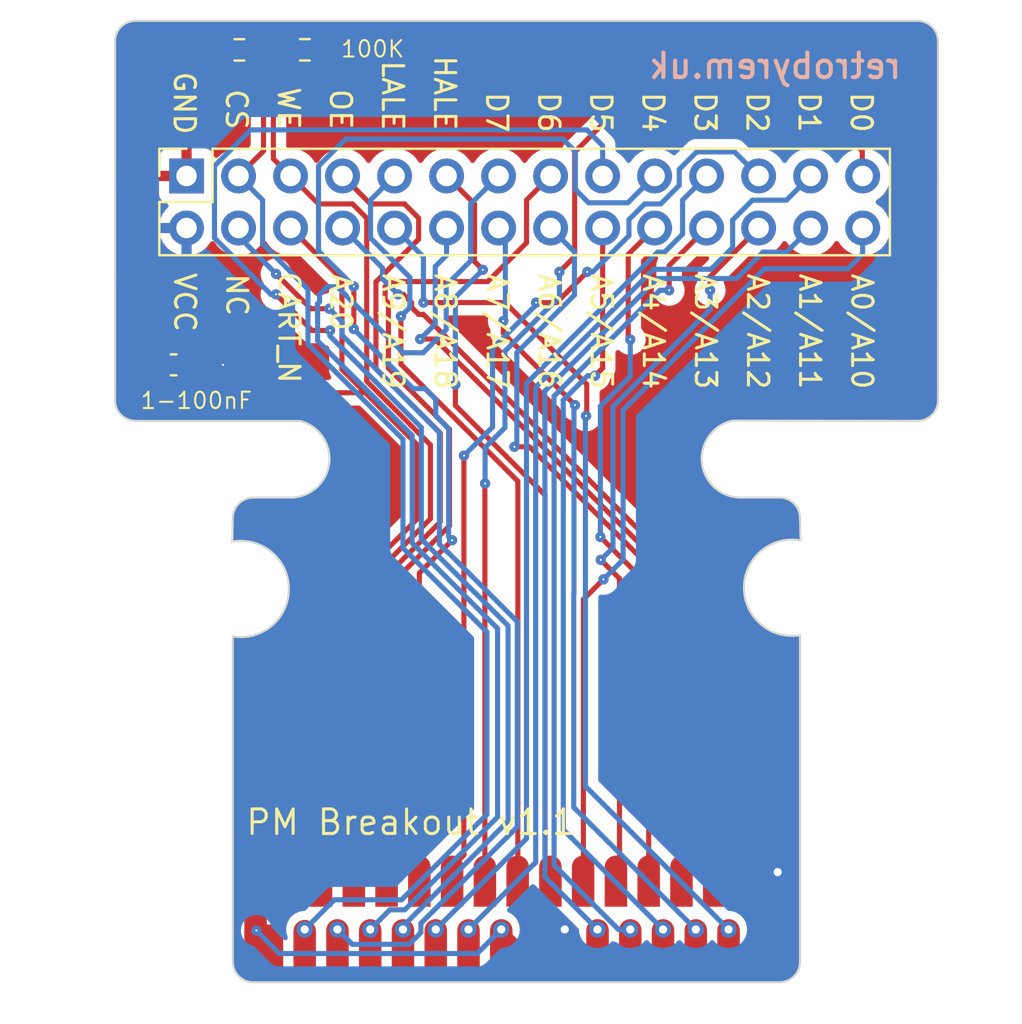
<source format=kicad_pcb>
(kicad_pcb (version 20221018) (generator pcbnew)
  (layers (0 "F.Cu" signal) (31 "B.Cu" signal) (34 "B.Paste" user) (35 "F.Paste" user) (36 "B.SilkS" user "B.Silkscreen") (37 "F.SilkS" user "F.Silkscreen") (38 "B.Mask" user) (39 "F.Mask" user) (44 "Edge.Cuts" user))
  (net 0 "")
  (net 1 "GND")
  (net 2 "VCC")
  (net 3 "A20")
  (net 4 "A9_A19")
  (net 5 "A8_A18")
  (net 6 "A7_A17")
  (net 7 "A6_A16")
  (net 8 "A5_A15")
  (net 9 "A4_A14")
  (net 10 "A3_A13")
  (net 11 "A2_A12")
  (net 12 "A1_A11")
  (net 13 "A0_A10")
  (net 14 "HALE")
  (net 15 "LALE")
  (net 16 "D0")
  (net 17 "D1")
  (net 18 "D2")
  (net 19 "D3")
  (net 20 "D4")
  (net 21 "D5")
  (net 22 "D6")
  (net 23 "D7")
  (net 24 "OE")
  (net 25 "WE")
  (net 26 "CS")
  (net 27 "CARD_N")
  (net 28 "NC")
  (footprint "Pokemon Mini:PM lower pad" (layer "F.Cu") (at 109.804897 120.744083)
    (fp_text reference "REF**" hide)
    (fp_text value "pokemon_mini_cart_lower_pad" hide)
  )
  (footprint "Connector_PinSocket_2.54mm:PinSocket_2x14_P2.54mm_Vertical" (layer "F.Cu") (at 97.63 83.92 90)
    (fp_text reference "REF**" hide)
    (fp_text value "PinSocket_2x14_P2.54mm_Vertical" hide)
  )
  (footprint "Pokemon Mini:PM upper pad" (layer "F.Cu") (at 113.78 117.64)
    (fp_text reference "REF**" hide)
    (fp_text value "PM upper pad" hide)
  )
  (footprint "Pokemon Mini:PM lower pad" (layer "F.Cu") (at 117.984894 120.744083)
    (fp_text reference "REF**" hide)
    (fp_text value "pokemon_mini_cart_lower_pad" hide)
  )
  (footprint "Pokemon Mini:PM upper pad" (layer "F.Cu") (at 118.61 117.64)
    (fp_text reference "REF**" hide)
    (fp_text value "PM upper pad" hide)
  )
  (footprint "Pokemon Mini:PM upper pad" (layer "F.Cu") (at 107.45 117.64)
    (fp_text reference "REF**" hide)
    (fp_text value "PM upper pad" hide)
  )
  (footprint "Pokemon Mini:PM lower pad" (layer "F.Cu") (at 104.884825 120.744083)
    (fp_text reference "REF**" hide)
    (fp_text value "pokemon_mini_cart_lower_pad" hide)
  )
  (footprint "Pokemon Mini:PM upper pad" (layer "F.Cu") (at 124.94 117.64)
    (fp_text reference "REF**" hide)
    (fp_text value "PM upper pad" hide)
  )
  (footprint "Capacitor_SMD:C_0603_1608Metric" (layer "F.Cu") (at 97 93.14)
    (fp_text reference "REF**" hide)
    (fp_text value "C_0603_1608Metric" hide)
  )
  (footprint "Pokemon Mini:PM upper pad" (layer "F.Cu") (at 109.02 117.64)
    (fp_text reference "REF**" hide)
    (fp_text value "PM upper pad" hide)
  )
  (footprint "Pokemon Mini:PM lower pad" (layer "F.Cu") (at 122.904965 120.744083)
    (fp_text reference "REF**" hide)
    (fp_text value "pokemon_mini_cart_lower_pad" hide)
  )
  (footprint "Pokemon Mini:PM upper pad" (layer "F.Cu") (at 104.22 117.64)
    (fp_text reference "REF**" hide)
    (fp_text value "PM upper pad" hide)
  )
  (footprint "Pokemon Mini:PM upper pad" (layer "F.Cu") (at 105.81 117.64)
    (fp_text reference "REF**" hide)
    (fp_text value "PM upper pad" hide)
  )
  (footprint "Pokemon Mini:PM upper pad" (layer "F.Cu") (at 115.45 117.64)
    (fp_text reference "REF**" hide)
    (fp_text value "PM upper pad" hide)
  )
  (footprint "Pokemon Mini:PM edge pad left" (layer "F.Cu") (at 100.802263 120.055162)
    (fp_text reference "REF**" hide)
    (fp_text value "PM edge pad left" hide)
  )
  (footprint "Resistor_SMD:R_0201_0603Metric" (layer "F.Cu") (at 102.75 94.5)
    (fp_text reference "bridge" hide)
    (fp_text value "R_0201_0603Metric" hide)
  )
  (footprint "Pokemon Mini:PM upper pad" (layer "F.Cu") (at 112.22 117.64)
    (fp_text reference "REF**" hide)
    (fp_text value "PM upper pad" hide)
  )
  (footprint "Pokemon Mini:PM upper pad" (layer "F.Cu") (at 120.27 117.64)
    (fp_text reference "REF**" hide)
    (fp_text value "PM upper pad" hide)
  )
  (footprint "Pokemon Mini:PM lower pad" (layer "F.Cu") (at 116.354931 120.744083)
    (fp_text reference "REF**" hide)
    (fp_text value "pokemon_mini_cart_lower_pad" hide)
  )
  (footprint "Pokemon Mini:PM lower pad" (layer "F.Cu") (at 111.434859 120.744083)
    (fp_text reference "REF**" hide)
    (fp_text value "pokemon_mini_cart_lower_pad" hide)
  )
  (footprint "Pokemon Mini:PM upper pad" (layer "F.Cu") (at 102.62 117.64)
    (fp_text reference "REF**" hide)
    (fp_text value "PM upper pad" hide)
  )
  (footprint "Pokemon Mini:PM edge pad right" (layer "F.Cu") (at 126.942361 120.055162)
    (fp_text reference "REF**" hide)
    (fp_text value "PM edge pad right" hide)
  )
  (footprint "Pokemon Mini:PM lower pad" (layer "F.Cu") (at 119.614856 120.744083)
    (fp_text reference "REF**" hide)
    (fp_text value "pokemon_mini_cart_lower_pad" hide)
  )
  (footprint "Pokemon Mini:PM lower pad" (layer "F.Cu") (at 121.229726 120.744083)
    (fp_text reference "REF**" hide)
    (fp_text value "pokemon_mini_cart_lower_pad" hide)
  )
  (footprint "Pokemon Mini:PM upper pad" (layer "F.Cu") (at 123.32 117.64)
    (fp_text reference "REF**" hide)
    (fp_text value "PM upper pad" hide)
  )
  (footprint "Pokemon Mini:PM upper pad" (layer "F.Cu") (at 121.76 117.64)
    (fp_text reference "REF**" hide)
    (fp_text value "PM upper pad" hide)
  )
  (footprint "Pokemon Mini:PM upper pad" (layer "F.Cu") (at 116.96 117.64)
    (fp_text reference "REF**" hide)
    (fp_text value "PM upper pad" hide)
  )
  (footprint "Pokemon Mini:PM lower pad" (layer "F.Cu") (at 124.534928 120.744083)
    (fp_text reference "REF**" hide)
    (fp_text value "pokemon_mini_cart_lower_pad" hide)
  )
  (footprint "Resistor_SMD:R_0603_1608Metric" (layer "F.Cu") (at 103.41 77.76)
    (fp_text reference "REF**" hide)
    (fp_text value "R_0603_1608Metric" hide)
  )
  (footprint "Pokemon Mini:PM lower pad" (layer "F.Cu") (at 113.079914 120.744083)
    (fp_text reference "REF**" hide)
    (fp_text value "pokemon_mini_cart_lower_pad" hide)
  )
  (footprint "Pokemon Mini:PM lower pad" (layer "F.Cu") (at 108.174934 120.744083)
    (fp_text reference "REF**" hide)
    (fp_text value "pokemon_mini_cart_lower_pad" hide)
  )
  (footprint "Pokemon Mini:PM upper pad" (layer "F.Cu") (at 110.61 117.64)
    (fp_text reference "REF**" hide)
    (fp_text value "PM upper pad" hide)
  )
  (footprint "Resistor_SMD:R_0603_1608Metric" (layer "F.Cu") (at 100.21 77.765)
    (fp_text reference "REF**" hide)
    (fp_text value "R_0603_1608Metric" hide)
  )
  (footprint "Pokemon Mini:PM lower pad" (layer "F.Cu") (at 106.52988 120.744083)
    (fp_text reference "REF**" hide)
    (fp_text value "pokemon_mini_cart_lower_pad" hide)
  )
  (footprint "Pokemon Mini:PM lower pad" (layer "F.Cu") (at 103.09 120.78)
    (fp_text reference "REF**" hide)
    (fp_text value "pokemon_mini_cart_lower_pad" hide)
  )
  (gr_line (start 99.893425 100.61927) (end 99.865808 101.764771) (stroke (width 0.1)) (layer "Edge.Cuts"))
  (gr_arc (start 103.175053 95.876729) (mid 104.6 97.952148) (end 102.714236 99.62) (stroke (width 0.1)) (layer "Edge.Cuts"))
  (gr_line (start 94.14 94.87) (end 94.14 88.73) (stroke (width 0.1)) (layer "Edge.Cuts"))
  (gr_arc (start 99.865808 101.764771) (mid 102.631945 104.065987) (end 99.893425 106.4) (stroke (width 0.1)) (layer "Edge.Cuts"))
  (gr_arc (start 99.893425 100.61927) (mid 100.18633 99.912191) (end 100.893425 99.61927) (stroke (width 0.1)) (layer "Edge.Cuts"))
  (gr_line (start 134.33 94.87) (end 134.33 94.57) (stroke (width 0.1)) (layer "Edge.Cuts"))
  (gr_line (start 124.224947 95.876729) (end 124.38 95.86) (stroke (width 0.1)) (layer "Edge.Cuts"))
  (gr_line (start 99.893425 122.273264) (end 99.893425 106.4) (stroke (width 0.1)) (layer "Edge.Cuts"))
  (gr_line (start 94.14 83.4) (end 94.14 83.72) (stroke (width 0.1)) (layer "Edge.Cuts"))
  (gr_line (start 94.14 84.22) (end 94.14 88.73) (stroke (width 0.1)) (layer "Edge.Cuts"))
  (gr_arc (start 126.587785 99.61927) (mid 127.294892 99.912163) (end 127.587785 100.61927) (stroke (width 0.1)) (layer "Edge.Cuts"))
  (gr_line (start 134.33 83.09) (end 134.33 83.88) (stroke (width 0.1)) (layer "Edge.Cuts"))
  (gr_line (start 134.33 88.73) (end 134.33 94.57) (stroke (width 0.1)) (layer "Edge.Cuts"))
  (gr_arc (start 127.587785 106.34) (mid 124.849265 104.005987) (end 127.615402 101.704771) (stroke (width 0.1)) (layer "Edge.Cuts"))
  (gr_line (start 133.33 95.87) (end 124.38 95.86) (stroke (width 0.1)) (layer "Edge.Cuts"))
  (gr_arc (start 94.14 77.35) (mid 94.432893 76.642893) (end 95.14 76.35) (stroke (width 0.1)) (layer "Edge.Cuts"))
  (gr_line (start 127.587785 100.61927) (end 127.615402 101.704771) (stroke (width 0.1)) (layer "Edge.Cuts"))
  (gr_line (start 126.587785 123.273264) (end 100.893425 123.273264) (stroke (width 0.1)) (layer "Edge.Cuts"))
  (gr_line (start 103.175053 95.876729) (end 95.26 95.876729) (stroke (width 0.1)) (layer "Edge.Cuts"))
  (gr_line (start 94.14 77.35) (end 94.14 83.4) (stroke (width 0.1)) (layer "Edge.Cuts"))
  (gr_arc (start 134.33 94.87) (mid 134.037107 95.577107) (end 133.33 95.87) (stroke (width 0.1)) (layer "Edge.Cuts"))
  (gr_line (start 134.33 88.73) (end 134.33 84.49) (stroke (width 0.1)) (layer "Edge.Cuts"))
  (gr_line (start 127.587785 106.34) (end 127.587785 122.273264) (stroke (width 0.1)) (layer "Edge.Cuts"))
  (gr_line (start 94.14 83.72) (end 94.14 84.22) (stroke (width 0.1)) (layer "Edge.Cuts"))
  (gr_line (start 134.33 77.35) (end 134.33 83.09) (stroke (width 0.1)) (layer "Edge.Cuts"))
  (gr_arc (start 127.587785 122.273264) (mid 127.294892 122.980371) (end 126.587785 123.273264) (stroke (width 0.1)) (layer "Edge.Cuts"))
  (gr_line (start 102.714236 99.62) (end 100.893425 99.61927) (stroke (width 0.1)) (layer "Edge.Cuts"))
  (gr_line (start 95.14 95.87) (end 95.26 95.876729) (stroke (width 0.1)) (layer "Edge.Cuts"))
  (gr_arc (start 95.14 95.87) (mid 94.432893 95.577107) (end 94.14 94.87) (stroke (width 0.1)) (layer "Edge.Cuts"))
  (gr_line (start 95.14 76.35) (end 133.33 76.35) (stroke (width 0.1)) (layer "Edge.Cuts"))
  (gr_arc (start 100.893425 123.273264) (mid 100.186318 122.980371) (end 99.893425 122.273264) (stroke (width 0.1)) (layer "Edge.Cuts"))
  (gr_line (start 134.33 83.88) (end 134.33 84.49) (stroke (width 0.1)) (layer "Edge.Cuts"))
  (gr_arc (start 133.33 76.35) (mid 134.037107 76.642893) (end 134.33 77.35) (stroke (width 0.1)) (layer "Edge.Cuts"))
  (gr_arc (start 124.685765 99.62) (mid 122.800036 97.952148) (end 124.224947 95.876729) (stroke (width 0.1)) (layer "Edge.Cuts"))
  (gr_line (start 126.587785 99.61927) (end 124.685765 99.62) (stroke (width 0.1)) (layer "Edge.Cuts"))
  (gr_text "retrobyrem.uk" (at 132.65 79.25) (layer "B.SilkS") (effects (font (size 1.2 1.2) (thickness 0.2) bold) (justify left bottom mirror)))
  (gr_text "D2" (at 124.913836 79.74 270) (layer "F.SilkS") (effects (font (size 1 1)) (justify left bottom)))
  (gr_text "HALE" (at 109.65538 81.78 270) (layer "F.SilkS") (effects (font (size 1 1)) (justify right bottom)))
  (gr_text "A2/A12" (at 124.942306 88.6 270) (layer "F.SilkS") (effects (font (size 1 1)) (justify left bottom)))
  (gr_text "D6" (at 114.741532 79.74 270) (layer "F.SilkS") (effects (font (size 1 1)) (justify left bottom)))
  (gr_text "GND" (at 96.94 78.74 270) (layer "F.SilkS") (effects (font (size 1 1)) (justify left bottom)))
  (gr_text "A6/A16" (at 114.766922 88.6 270) (layer "F.SilkS") (effects (font (size 1 1)) (justify left bottom)))
  (gr_text "CS" (at 99.483076 81.74 270) (layer "F.SilkS") (effects (font (size 1 1)) (justify right bottom)))
  (gr_text "100K" (at 105.11 78.19) (layer "F.SilkS") (effects (font (size 0.8 0.8) (thickness 0.1)) (justify left bottom)))
  (gr_text "NC" (at 99.503846 88.6 270) (layer "F.SilkS") (effects (font (size 1 1)) (justify left bottom)))
  (gr_text "A9/A19" (at 107.135384 88.6 270) (layer "F.SilkS") (effects (font (size 1 1)) (justify left bottom)))
  (gr_text "A1/A11" (at 127.486152 88.6 270) (layer "F.SilkS") (effects (font (size 1 1)) (justify left bottom)))
  (gr_text "WE" (at 102.026152 81.74 270) (layer "F.SilkS") (effects (font (size 1 1)) (justify right bottom)))
  (gr_text "D0" (at 130 79.74 270) (layer "F.SilkS") (effects (font (size 1 1)) (justify left bottom)))
  (gr_text "A4/A14" (at 119.854614 88.6 270) (layer "F.SilkS") (effects (font (size 1 1)) (justify left bottom)))
  (gr_text "D4" (at 119.827684 79.74 270) (layer "F.SilkS") (effects (font (size 1 1)) (justify left bottom)))
  (gr_text "PM Breakout v1.1" (at 100.45 116.17) (layer "F.SilkS") (effects (font (size 1.2 1.2)) (justify left bottom)))
  (gr_text "1-100nF" (at 95.32 95.35) (layer "F.SilkS") (effects (font (size 0.8 0.8) (thickness 0.1)) (justify left bottom)))
  (gr_text "A7/A17" (at 112.223076 88.6 270) (layer "F.SilkS") (effects (font (size 1 1)) (justify left bottom)))
  (gr_text "D7" (at 112.198456 79.74 270) (layer "F.SilkS") (effects (font (size 1 1)) (justify left bottom)))
  (gr_text "A5/A15" (at 117.310768 88.6 270) (layer "F.SilkS") (effects (font (size 1 1)) (justify left bottom)))
  (gr_text "D5" (at 117.284608 79.74 270) (layer "F.SilkS") (effects (font (size 1 1)) (justify left bottom)))
  (gr_text "VCC" (at 96.96 88.56 270) (layer "F.SilkS") (effects (font (size 1 1)) (justify left bottom)))
  (gr_text "D3" (at 122.37076 79.74 270) (layer "F.SilkS") (effects (font (size 1 1)) (justify left bottom)))
  (gr_text "A20" (at 104.591538 88.6 270) (layer "F.SilkS") (effects (font (size 1 1)) (justify left bottom)))
  (gr_text "CART_N" (at 102.047692 88.5 270) (layer "F.SilkS") (effects (font (size 1 1)) (justify left bottom)))
  (gr_text "D1" (at 127.456912 79.74 270) (layer "F.SilkS") (effects (font (size 1 1)) (justify left bottom)))
  (gr_text "A0/A10" (at 130.03 88.6 270) (layer "F.SilkS") (effects (font (size 1 1)) (justify left bottom)))
  (gr_text "A8/A18" (at 109.67923 88.6 270) (layer "F.SilkS") (effects (font (size 1 1)) (justify left bottom)))
  (gr_text "LALE" (at 107.112304 81.78 270) (layer "F.SilkS") (effects (font (size 1 1)) (justify right bottom)))
  (gr_text "OE" (at 104.569228 81.74 270) (layer "F.SilkS") (effects (font (size 1 1)) (justify right bottom)))
  (gr_text "A3/A13" (at 122.39846 88.6 270) (layer "F.SilkS") (effects (font (size 1 1)) (justify left bottom)))
  (segment (start 102.43 94.5) (end 101.54 94.5) (width 0.25) (layer "F.Cu") (net 1))
  (segment (start 101 120.055162) (end 101 115.9) (width 0.25) (layer "F.Cu") (net 1))
  (via (at 113 120.7) (size 0.8) (drill 0.4) (layers "F.Cu" "B.Cu") (net 1))
  (via micro (at 101.04 120.75) (size 0.5) (drill 0.1) (layers "F.Cu" "B.Cu") (net 1))
  (segment (start 111.825 121.875) (end 102.165 121.875) (width 0.25) (layer "B.Cu") (net 1))
  (segment (start 113 120.7) (end 111.825 121.875) (width 0.25) (layer "B.Cu") (net 1))
  (segment (start 102.165 121.875) (end 101.04 120.75) (width 0.25) (layer "B.Cu") (net 1))
  (segment (start 97.775 93.14) (end 99.41 93.14) (width 0.25) (layer "F.Cu") (net 2))
  (via (at 116.1 120.7) (size 0.8) (drill 0.4) (layers "F.Cu" "B.Cu") (net 2))
  (via (at 126.5 117.9) (size 0.8) (drill 0.4) (layers "F.Cu" "B.Cu") (net 2))
  (via micro (at 99.41 93.14) (size 0.5) (drill 0.1) (layers "F.Cu" "B.Cu") (net 2))
  (segment (start 108.625 90.105) (end 108.625 90.338173) (width 0.25) (layer "F.Cu") (net 3))
  (segment (start 109.195 90.675) (end 114.295499 95.775499) (width 0.25) (layer "F.Cu") (net 3))
  (segment (start 114.295499 95.775499) (end 114.302569 95.775499) (width 0.25) (layer "F.Cu") (net 3))
  (segment (start 125 106.47293) (end 125 117.64) (width 0.25) (layer "F.Cu") (net 3))
  (segment (start 107.96 89.7) (end 108.22 89.7) (width 0.25) (layer "F.Cu") (net 3))
  (segment (start 108.625 90.338173) (end 108.961827 90.675) (width 0.25) (layer "F.Cu") (net 3))
  (segment (start 114.302569 95.775499) (end 125 106.47293) (width 0.25) (layer "F.Cu") (net 3))
  (segment (start 108.961827 90.675) (end 109.195 90.675) (width 0.25) (layer "F.Cu") (net 3))
  (segment (start 108.22 89.7) (end 108.625 90.105) (width 0.25) (layer "F.Cu") (net 3))
  (via micro (at 107.96 89.7) (size 0.5) (drill 0.1) (layers "F.Cu" "B.Cu") (net 3))
  (segment (start 107.2 88.41) (end 107.2 88.94) (width 0.25) (layer "B.Cu") (net 3))
  (segment (start 105.25 86.46) (end 107.2 88.41) (width 0.25) (layer "B.Cu") (net 3))
  (segment (start 107.2 88.94) (end 107.96 89.7) (width 0.25) (layer "B.Cu") (net 3))
  (segment (start 113.186827 90.1) (end 117.175 94.088173) (width 0.25) (layer "F.Cu") (net 4))
  (segment (start 117.175 94.088173) (end 117.175 95.595) (width 0.25) (layer "F.Cu") (net 4))
  (segment (start 109.2 90.1) (end 113.186827 90.1) (width 0.25) (layer "F.Cu") (net 4))
  (segment (start 117.175 95.595) (end 117.14 95.63) (width 0.25) (layer "F.Cu") (net 4))
  (via (at 124.1 120.7) (size 0.8) (drill 0.4) (layers "F.Cu" "B.Cu") (net 4))
  (via micro (at 117.14 95.63) (size 0.5) (drill 0.1) (layers "F.Cu" "B.Cu") (net 4))
  (via micro (at 109.2 90.1) (size 0.5) (drill 0.1) (layers "F.Cu" "B.Cu") (net 4))
  (segment (start 124.1 120.7) (end 117.11 113.71) (width 0.25) (layer "B.Cu") (net 4))
  (segment (start 117.11 113.71) (end 117.11 95.66) (width 0.25) (layer "B.Cu") (net 4))
  (segment (start 117.11 95.66) (end 117.14 95.63) (width 0.25) (layer "B.Cu") (net 4))
  (segment (start 109.2 87.87) (end 107.79 86.46) (width 0.25) (layer "B.Cu") (net 4))
  (segment (start 109.2 90.1) (end 109.2 87.87) (width 0.25) (layer "B.Cu") (net 4))
  (segment (start 123.4 105.50862) (end 114.11638 96.225) (width 0.25) (layer "F.Cu") (net 5))
  (segment (start 114.11638 96.225) (end 114.105 96.225) (width 0.25) (layer "F.Cu") (net 5))
  (segment (start 114.105 96.225) (end 109.76 91.88) (width 0.25) (layer "F.Cu") (net 5))
  (segment (start 123.4 117.64) (end 123.4 105.50862) (width 0.25) (layer "F.Cu") (net 5))
  (segment (start 109.76 91.88) (end 109.04 91.88) (width 0.25) (layer "F.Cu") (net 5))
  (via micro (at 109.04 91.88) (size 0.5) (drill 0.1) (layers "F.Cu" "B.Cu") (net 5))
  (segment (start 110.33 87.79) (end 110.33 86.46) (width 0.25) (layer "B.Cu") (net 5))
  (segment (start 109.775 91.145) (end 109.775 88.345) (width 0.25) (layer "B.Cu") (net 5))
  (segment (start 109.04 91.88) (end 109.775 91.145) (width 0.25) (layer "B.Cu") (net 5))
  (segment (start 109.775 88.345) (end 110.33 87.79) (width 0.25) (layer "B.Cu") (net 5))
  (segment (start 116.6 95.1) (end 113.1 91.6) (width 0.25) (layer "F.Cu") (net 6))
  (segment (start 113.1 91.6) (end 113.1 91) (width 0.25) (layer "F.Cu") (net 6))
  (via (at 122.5 120.7) (size 0.8) (drill 0.4) (layers "F.Cu" "B.Cu") (net 6))
  (via micro (at 113.1 91) (size 0.5) (drill 0.1) (layers "F.Cu" "B.Cu") (net 6))
  (via micro (at 116.6 95.1) (size 0.5) (drill 0.1) (layers "F.Cu" "B.Cu") (net 6))
  (segment (start 116.54 104.318238) (end 116.550499 104.307739) (width 0.25) (layer "B.Cu") (net 6))
  (segment (start 116.54 114.74) (end 116.54 104.318238) (width 0.25) (layer "B.Cu") (net 6))
  (segment (start 113.2 90.9) (end 113.1 91) (width 0.25) (layer "B.Cu") (net 6))
  (segment (start 122.5 120.7) (end 116.54 114.74) (width 0.25) (layer "B.Cu") (net 6))
  (segment (start 113.2 87.1) (end 113.2 90.9) (width 0.25) (layer "B.Cu") (net 6))
  (segment (start 116.550499 104.307739) (end 116.550499 95.149501) (width 0.25) (layer "B.Cu") (net 6))
  (segment (start 116.550499 95.149501) (end 116.6 95.1) (width 0.25) (layer "B.Cu") (net 6))
  (segment (start 121.8 104.55) (end 121.8 117.64) (width 0.25) (layer "F.Cu") (net 7))
  (segment (start 118.165 100.925) (end 118.175 100.925) (width 0.25) (layer "F.Cu") (net 7))
  (segment (start 114.38 97.14) (end 118.165 100.925) (width 0.25) (layer "F.Cu") (net 7))
  (segment (start 118.175 100.925) (end 121.8 104.55) (width 0.25) (layer "F.Cu") (net 7))
  (segment (start 113.64 97.14) (end 114.38 97.14) (width 0.25) (layer "F.Cu") (net 7))
  (via micro (at 113.64 97.14) (size 0.5) (drill 0.1) (layers "F.Cu" "B.Cu") (net 7))
  (segment (start 116.5745 89.731529) (end 113.76 92.546029) (width 0.25) (layer "B.Cu") (net 7))
  (segment (start 116.5745 87.6245) (end 116.5745 89.731529) (width 0.25) (layer "B.Cu") (net 7))
  (segment (start 113.76 97.09) (end 113.71 97.14) (width 0.25) (layer "B.Cu") (net 7))
  (segment (start 115.41 86.46) (end 116.5745 87.6245) (width 0.25) (layer "B.Cu") (net 7))
  (segment (start 113.76 92.546029) (end 113.76 97.09) (width 0.25) (layer "B.Cu") (net 7))
  (segment (start 117.58 93.67) (end 117.95 93.3) (width 0.25) (layer "F.Cu") (net 8))
  (segment (start 117.95 86.46) (end 117.95 93.3) (width 0.25) (layer "F.Cu") (net 8))
  (via micro (at 117.58 93.67) (size 0.5) (drill 0.1) (layers "F.Cu" "B.Cu") (net 8))
  (via (at 120.9 120.7) (size 0.8) (drill 0.4) (layers "F.Cu" "B.Cu") (net 8))
  (segment (start 116.03 115.83) (end 120.9 120.7) (width 0.25) (layer "B.Cu") (net 8))
  (segment (start 116.025 95.338173) (end 116.03 95.343173) (width 0.25) (layer "B.Cu") (net 8))
  (segment (start 117.216827 93.67) (end 116.025 94.861827) (width 0.25) (layer "B.Cu") (net 8))
  (segment (start 117.58 93.67) (end 117.216827 93.67) (width 0.25) (layer "B.Cu") (net 8))
  (segment (start 116.025 94.861827) (end 116.025 95.338173) (width 0.25) (layer "B.Cu") (net 8))
  (segment (start 116.03 95.343173) (end 116.03 115.83) (width 0.25) (layer "B.Cu") (net 8))
  (segment (start 119.3 91.9) (end 119.2 91.8) (width 0.25) (layer "F.Cu") (net 9))
  (segment (start 120.2 103.9) (end 117.84 101.54) (width 0.25) (layer "F.Cu") (net 9))
  (segment (start 119.2 87.75) (end 120.49 86.46) (width 0.25) (layer "F.Cu") (net 9))
  (segment (start 120.2 117.64) (end 120.2 103.9) (width 0.25) (layer "F.Cu") (net 9))
  (segment (start 119.2 91.8) (end 119.2 87.75) (width 0.25) (layer "F.Cu") (net 9))
  (via micro (at 119.3 91.9) (size 0.5) (drill 0.1) (layers "F.Cu" "B.Cu") (net 9))
  (via micro (at 117.84 101.54) (size 0.5) (drill 0.1) (layers "F.Cu" "B.Cu") (net 9))
  (segment (start 119.3 93.7) (end 117.84 95.16) (width 0.25) (layer "B.Cu") (net 9))
  (segment (start 117.84 95.16) (end 117.84 101.54) (width 0.25) (layer "B.Cu") (net 9))
  (segment (start 119.3 91.9) (end 119.3 93.7) (width 0.25) (layer "B.Cu") (net 9))
  (segment (start 123.03 86.46) (end 121.2 88.29) (width 0.25) (layer "F.Cu") (net 10))
  (segment (start 121.2 88.29) (end 121.2 89.5) (width 0.25) (layer "F.Cu") (net 10))
  (via (at 119.3 120.7) (size 0.8) (drill 0.4) (layers "F.Cu" "B.Cu") (net 10))
  (via micro (at 121.2 89.5) (size 0.5) (drill 0.1) (layers "F.Cu" "B.Cu") (net 10))
  (segment (start 115.575499 94.670191) (end 115.575499 95.524362) (width 0.25) (layer "B.Cu") (net 10))
  (segment (start 118.725305 120.7) (end 119.3 120.7) (width 0.25) (layer "B.Cu") (net 10))
  (segment (start 115.580499 95.529362) (end 115.580499 117.555194) (width 0.25) (layer "B.Cu") (net 10))
  (segment (start 115.580499 117.555194) (end 118.725305 120.7) (width 0.25) (layer "B.Cu") (net 10))
  (segment (start 115.575499 95.524362) (end 115.580499 95.529362) (width 0.25) (layer "B.Cu") (net 10))
  (segment (start 120.74569 89.5) (end 115.575499 94.670191) (width 0.25) (layer "B.Cu") (net 10))
  (segment (start 121.2 89.5) (end 120.74569 89.5) (width 0.25) (layer "B.Cu") (net 10))
  (segment (start 118.7745 117.4655) (end 118.7745 103.5745) (width 0.25) (layer "F.Cu") (net 11))
  (segment (start 118.7745 103.5745) (end 117.86 102.66) (width 0.25) (layer "F.Cu") (net 11))
  (segment (start 125.57 86.46) (end 123.2 88.83) (width 0.25) (layer "F.Cu") (net 11))
  (segment (start 118.6 117.64) (end 118.7745 117.4655) (width 0.25) (layer "F.Cu") (net 11))
  (segment (start 123.2 88.83) (end 123.2 89.5) (width 0.25) (layer "F.Cu") (net 11))
  (via micro (at 117.86 102.66) (size 0.5) (drill 0.1) (layers "F.Cu" "B.Cu") (net 11))
  (via micro (at 123.2 89.5) (size 0.5) (drill 0.1) (layers "F.Cu" "B.Cu") (net 11))
  (segment (start 118.456189 95.179501) (end 123.2 90.43569) (width 0.25) (layer "B.Cu") (net 11))
  (segment (start 117.86 102.66) (end 118.456189 102.063811) (width 0.25) (layer "B.Cu") (net 11))
  (segment (start 118.456189 102.063811) (end 118.456189 95.179501) (width 0.25) (layer "B.Cu") (net 11))
  (segment (start 123.2 90.43569) (end 123.2 89.5) (width 0.25) (layer "B.Cu") (net 11))
  (via (at 117.7 120.7) (size 0.8) (drill 0.4) (layers "F.Cu" "B.Cu") (net 12))
  (segment (start 115.130998 95.715551) (end 115.130998 118.130998) (width 0.25) (layer "B.Cu") (net 12))
  (segment (start 116.667622 92.880998) (end 115.125998 94.422622) (width 0.25) (layer "B.Cu") (net 12))
  (segment (start 125.785 87.635) (end 124.494501 88.925499) (width 0.25) (layer "B.Cu") (net 12))
  (segment (start 126.935 87.635) (end 125.785 87.635) (width 0.25) (layer "B.Cu") (net 12))
  (segment (start 124.494501 88.925499) (end 120.624501 88.925499) (width 0.25) (layer "B.Cu") (net 12))
  (segment (start 128.11 86.46) (end 126.935 87.635) (width 0.25) (layer "B.Cu") (net 12))
  (segment (start 115.125998 95.710551) (end 115.130998 95.715551) (width 0.25) (layer "B.Cu") (net 12))
  (segment (start 115.125998 94.422622) (end 115.125998 95.710551) (width 0.25) (layer "B.Cu") (net 12))
  (segment (start 115.130998 118.130998) (end 117.7 120.7) (width 0.25) (layer "B.Cu") (net 12))
  (segment (start 116.669002 92.880998) (end 116.667622 92.880998) (width 0.25) (layer "B.Cu") (net 12))
  (segment (start 120.624501 88.925499) (end 116.669002 92.880998) (width 0.25) (layer "B.Cu") (net 12))
  (segment (start 117.01 104.59) (end 117.99 103.61) (width 0.25) (layer "F.Cu") (net 13))
  (segment (start 117.01 117.63) (end 117.01 104.59) (width 0.25) (layer "F.Cu") (net 13))
  (segment (start 117 117.64) (end 117.01 117.63) (width 0.25) (layer "F.Cu") (net 13))
  (via micro (at 117.99 103.61) (size 0.5) (drill 0.1) (layers "F.Cu" "B.Cu") (net 13))
  (segment (start 117.99 103.61) (end 118.95 102.65) (width 0.25) (layer "B.Cu") (net 13))
  (segment (start 130.65 87.73) (end 129.93 88.45) (width 0.25) (layer "B.Cu") (net 13))
  (segment (start 129.93 88.45) (end 125.85 88.45) (width 0.25) (layer "B.Cu") (net 13))
  (segment (start 118.95 95.35) (end 125.85 88.45) (width 0.25) (layer "B.Cu") (net 13))
  (segment (start 130.65 86.46) (end 130.65 87.73) (width 0.25) (layer "B.Cu") (net 13))
  (segment (start 118.95 102.65) (end 118.95 95.35) (width 0.25) (layer "B.Cu") (net 13))
  (segment (start 111.695 88.095) (end 111.695 85.285) (width 0.25) (layer "F.Cu") (net 14))
  (segment (start 111.695 85.285) (end 110.33 83.92) (width 0.25) (layer "F.Cu") (net 14))
  (segment (start 110.76 95.12) (end 115.14 99.5) (width 0.25) (layer "F.Cu") (net 14))
  (segment (start 110.76 94.1) (end 110.76 95.12) (width 0.25) (layer "F.Cu") (net 14))
  (segment (start 112.1 88.5) (end 111.695 88.095) (width 0.25) (layer "F.Cu") (net 14))
  (segment (start 115.14 99.5) (end 115.14 117.088248) (width 0.25) (layer "F.Cu") (net 14))
  (via micro (at 112.1 88.5) (size 0.5) (drill 0.1) (layers "F.Cu" "B.Cu") (net 14))
  (via micro (at 110.76 94.1) (size 0.5) (drill 0.1) (layers "F.Cu" "B.Cu") (net 14))
  (segment (start 110.76 94.1) (end 110.76 89.84) (width 0.25) (layer "B.Cu") (net 14))
  (segment (start 110.76 89.84) (end 112.1 88.5) (width 0.25) (layer "B.Cu") (net 14))
  (segment (start 113.81 98.82) (end 108.1 93.11) (width 0.25) (layer "F.Cu") (net 15))
  (segment (start 108.1 93.11) (end 108.1 90.77) (width 0.25) (layer "F.Cu") (net 15))
  (segment (start 113.81 117.63) (end 113.81 98.82) (width 0.25) (layer "F.Cu") (net 15))
  (segment (start 113.8 117.64) (end 113.81 117.63) (width 0.25) (layer "F.Cu") (net 15))
  (via micro (at 108.1 90.77) (size 0.5) (drill 0.1) (layers "F.Cu" "B.Cu") (net 15))
  (segment (start 108.1 90.77) (end 108.535 90.335) (width 0.25) (layer "B.Cu") (net 15))
  (segment (start 108.535 90.335) (end 108.535 88.866701) (width 0.25) (layer "B.Cu") (net 15))
  (segment (start 108.535 88.866701) (end 106.615 86.946701) (width 0.25) (layer "B.Cu") (net 15))
  (segment (start 106.615 86.946701) (end 106.615 85.095) (width 0.25) (layer "B.Cu") (net 15))
  (segment (start 106.615 85.095) (end 107.79 83.92) (width 0.25) (layer "B.Cu") (net 15))
  (segment (start 130.63 82.7) (end 130.63 83.9) (width 0.25) (layer "F.Cu") (net 16))
  (segment (start 112.2 98.94) (end 112.21 98.93) (width 0.25) (layer "F.Cu") (net 16))
  (segment (start 116.585 82.755) (end 117.89 81.45) (width 0.25) (layer "F.Cu") (net 16))
  (segment (start 130.63 83.9) (end 130.65 83.92) (width 0.25) (layer "F.Cu") (net 16))
  (segment (start 116.585 87.855) (end 116.585 82.755) (width 0.25) (layer "F.Cu") (net 16))
  (segment (start 112.2 117.64) (end 112.2 98.94) (width 0.25) (layer "F.Cu") (net 16))
  (segment (start 115.84 88.6) (end 116.585 87.855) (width 0.25) (layer "F.Cu") (net 16))
  (segment (start 129.38 81.45) (end 130.63 82.7) (width 0.25) (layer "F.Cu") (net 16))
  (segment (start 117.89 81.45) (end 129.38 81.45) (width 0.25) (layer "F.Cu") (net 16))
  (via micro (at 112.21 98.93) (size 0.5) (drill 0.1) (layers "F.Cu" "B.Cu") (net 16))
  (via micro (at 115.84 88.6) (size 0.5) (drill 0.1) (layers "F.Cu" "B.Cu") (net 16))
  (segment (start 113.180499 96.205191) (end 113.180499 92.473811) (width 0.25) (layer "B.Cu") (net 16))
  (segment (start 112.21 97.17569) (end 113.180499 96.205191) (width 0.25) (layer "B.Cu") (net 16))
  (segment (start 113.180499 92.473811) (end 115.84 89.81431) (width 0.25) (layer "B.Cu") (net 16))
  (segment (start 112.21 98.93) (end 112.21 97.17569) (width 0.25) (layer "B.Cu") (net 16))
  (segment (start 115.84 89.81431) (end 115.84 88.6) (width 0.25) (layer "B.Cu") (net 16))
  (via (at 111.4 120.7) (size 0.8) (drill 0.4) (layers "F.Cu" "B.Cu") (net 17))
  (segment (start 123.238216 88.475998) (end 120.436932 88.475998) (width 0.25) (layer "B.Cu") (net 17))
  (segment (start 124.3 87.414214) (end 123.238216 88.475998) (width 0.25) (layer "B.Cu") (net 17))
  (segment (start 114.58 117.52) (end 111.4 120.7) (width 0.25) (layer "B.Cu") (net 17))
  (segment (start 120.436932 88.475998) (end 114.676497 94.236433) (width 0.25) (layer "B.Cu") (net 17))
  (segment (start 114.676497 95.89674) (end 114.681497 95.90174) (width 0.25) (layer "B.Cu") (net 17))
  (segment (start 124.3 86.068299) (end 124.3 87.414214) (width 0.25) (layer "B.Cu") (net 17))
  (segment (start 114.681497 95.90174) (end 114.681497 117.428503) (width 0.25) (layer "B.Cu") (net 17))
  (segment (start 125.268299 85.1) (end 124.3 86.068299) (width 0.25) (layer "B.Cu") (net 17))
  (segment (start 114.676497 94.236433) (end 114.676497 95.89674) (width 0.25) (layer "B.Cu") (net 17))
  (segment (start 114.681497 117.428503) (end 114.59 117.52) (width 0.25) (layer "B.Cu") (net 17))
  (segment (start 126.93 85.1) (end 125.268299 85.1) (width 0.25) (layer "B.Cu") (net 17))
  (segment (start 114.59 117.52) (end 114.58 117.52) (width 0.25) (layer "B.Cu") (net 17))
  (segment (start 128.11 83.92) (end 126.93 85.1) (width 0.25) (layer "B.Cu") (net 17))
  (segment (start 110.6 117.64) (end 111.175 117.065) (width 0.25) (layer "F.Cu") (net 18))
  (segment (start 114.7 90.1) (end 115.7 90.1) (width 0.25) (layer "F.Cu") (net 18))
  (segment (start 111.175 117.065) (end 111.175 97.575) (width 0.25) (layer "F.Cu") (net 18))
  (segment (start 115.7 90.1) (end 117.2 88.6) (width 0.25) (layer "F.Cu") (net 18))
  (via micro (at 114.7 90.1) (size 0.5) (drill 0.1) (layers "F.Cu" "B.Cu") (net 18))
  (via micro (at 117.2 88.6) (size 0.5) (drill 0.1) (layers "F.Cu" "B.Cu") (net 18))
  (via micro (at 111.18 97.57) (size 0.5) (drill 0.1) (layers "F.Cu" "B.Cu") (net 18))
  (segment (start 112.575 92.338173) (end 114.7 90.213173) (width 0.25) (layer "B.Cu") (net 18))
  (segment (start 114.7 90.213173) (end 114.7 90.1) (width 0.25) (layer "B.Cu") (net 18))
  (segment (start 119.235287 86.053012) (end 119.235287 86.836414) (width 0.25) (layer "B.Cu") (net 18))
  (segment (start 121.69 83.598299) (end 121.69 84.381701) (width 0.25) (layer "B.Cu") (net 18))
  (segment (start 119.235287 86.836414) (end 117.471701 88.6) (width 0.25) (layer "B.Cu") (net 18))
  (segment (start 124.395 82.745) (end 122.543299 82.745) (width 0.25) (layer "B.Cu") (net 18))
  (segment (start 112.575 96.175) (end 112.575 92.338173) (width 0.25) (layer "B.Cu") (net 18))
  (segment (start 111.18 97.57) (end 112.575 96.175) (width 0.25) (layer "B.Cu") (net 18))
  (segment (start 120.786701 85.285) (end 120.003299 85.285) (width 0.25) (layer "B.Cu") (net 18))
  (segment (start 122.543299 82.745) (end 121.69 83.598299) (width 0.25) (layer "B.Cu") (net 18))
  (segment (start 120.003299 85.285) (end 119.235287 86.053012) (width 0.25) (layer "B.Cu") (net 18))
  (segment (start 121.69 84.381701) (end 120.786701 85.285) (width 0.25) (layer "B.Cu") (net 18))
  (segment (start 125.57 83.92) (end 124.395 82.745) (width 0.25) (layer "B.Cu") (net 18))
  (segment (start 117.471701 88.6) (end 117.2 88.6) (width 0.25) (layer "B.Cu") (net 18))
  (via (at 109.8 120.7) (size 0.8) (drill 0.4) (layers "F.Cu" "B.Cu") (net 19))
  (segment (start 114.231996 116.268004) (end 114.231996 96.087929) (width 0.25) (layer "B.Cu") (net 19))
  (segment (start 114.231996 96.087929) (end 114.226996 96.082929) (width 0.25) (layer "B.Cu") (net 19))
  (segment (start 120.64224 87.635) (end 120.976701 87.635) (width 0.25) (layer "B.Cu") (net 19))
  (segment (start 121.855 86.756701) (end 121.855 85.095) (width 0.25) (layer "B.Cu") (net 19))
  (segment (start 114.226996 94.050244) (end 120.64224 87.635) (width 0.25) (layer "B.Cu") (net 19))
  (segment (start 121.855 85.095) (end 123.03 83.92) (width 0.25) (layer "B.Cu") (net 19))
  (segment (start 120.976701 87.635) (end 121.855 86.756701) (width 0.25) (layer "B.Cu") (net 19))
  (segment (start 114.226996 96.082929) (end 114.226996 94.050244) (width 0.25) (layer "B.Cu") (net 19))
  (segment (start 109.8 120.7) (end 114.231996 116.268004) (width 0.25) (layer "B.Cu") (net 19))
  (segment (start 109 117.64) (end 109 103.3) (width 0.25) (layer "F.Cu") (net 20))
  (segment (start 105.8 89.31) (end 105.8 91.39) (width 0.25) (layer "F.Cu") (net 20))
  (segment (start 109 103.3) (end 110.6 101.7) (width 0.25) (layer "F.Cu") (net 20))
  (via micro (at 105.8 91.39) (size 0.5) (drill 0.1) (layers "F.Cu" "B.Cu") (net 20))
  (via micro (at 105.8 89.31) (size 0.5) (drill 0.1) (layers "F.Cu" "B.Cu") (net 20))
  (via micro (at 110.6 101.7) (size 0.5) (drill 0.1) (layers "F.Cu" "B.Cu") (net 20))
  (segment (start 109.799002 94.827622) (end 109.272378 94.300998) (width 0.25) (layer "B.Cu") (net 20))
  (segment (start 119.18 85.23) (end 117.27 85.23) (width 0.25) (layer "B.Cu") (net 20))
  (segment (start 105.388299 82.12) (end 104.075 83.433299) (width 0.25) (layer "B.Cu") (net 20))
  (segment (start 116.01 82.12) (end 105.388299 82.12) (width 0.25) (layer "B.Cu") (net 20))
  (segment (start 117.27 85.23) (end 116.62 84.58) (width 0.25) (layer "B.Cu") (net 20))
  (segment (start 110.429501 101.529501) (end 110.429501 96.258121) (width 0.25) (layer "B.Cu") (net 20))
  (segment (start 104.075 87.585) (end 105.8 89.31) (width 0.25) (layer "B.Cu") (net 20))
  (segment (start 109.272378 94.300998) (end 108.700998 94.300998) (width 0.25) (layer "B.Cu") (net 20))
  (segment (start 109.799002 95.627622) (end 109.799002 94.827622) (width 0.25) (layer "B.Cu") (net 20))
  (segment (start 116.62 84.58) (end 116.62 82.73) (width 0.25) (layer "B.Cu") (net 20))
  (segment (start 108.700998 94.300998) (end 105.8 91.4) (width 0.25) (layer "B.Cu") (net 20))
  (segment (start 116.62 82.73) (end 116.01 82.12) (width 0.25) (layer "B.Cu") (net 20))
  (segment (start 110.6 101.7) (end 110.429501 101.529501) (width 0.25) (layer "B.Cu") (net 20))
  (segment (start 110.429501 96.258121) (end 109.799002 95.627622) (width 0.25) (layer "B.Cu") (net 20))
  (segment (start 120.49 83.92) (end 119.18 85.23) (width 0.25) (layer "B.Cu") (net 20))
  (segment (start 104.075 83.433299) (end 104.075 87.585) (width 0.25) (layer "B.Cu") (net 20))
  (segment (start 104.64 91.46) (end 103.76 91.46) (width 0.25) (layer "F.Cu") (net 21))
  (segment (start 103.76 91.46) (end 102 89.7) (width 0.25) (layer "F.Cu") (net 21))
  (via micro (at 104.64 91.46) (size 0.5) (drill 0.1) (layers "F.Cu" "B.Cu") (net 21))
  (via (at 108.2 120.7) (size 0.8) (drill 0.4) (layers "F.Cu" "B.Cu") (net 21))
  (via micro (at 102 89.7) (size 0.5) (drill 0.1) (layers "F.Cu" "B.Cu") (net 21))
  (segment (start 111.69 104.23) (end 111.680431 104.23) (width 0.25) (layer "B.Cu") (net 21))
  (segment (start 98.995 86.946701) (end 98.995 83.433299) (width 0.25) (layer "B.Cu") (net 21))
  (segment (start 111.680431 104.23) (end 109.099002 101.648571) (width 0.25) (layer "B.Cu") (net 21))
  (segment (start 104.64 91.46) (end 104.64 91.74) (width 0.25) (layer "B.Cu") (net 21))
  (segment (start 109.099002 101.648571) (end 109.099002 96.199002) (width 0.25) (layer "B.Cu") (net 21))
  (segment (start 117.95 82.44) (end 117.95 83.92) (width 0.25) (layer "B.Cu") (net 21))
  (segment (start 117.180499 81.670499) (end 117.95 82.44) (width 0.25) (layer "B.Cu") (net 21))
  (segment (start 100.7578 81.670499) (end 117.180499 81.670499) (width 0.25) (layer "B.Cu") (net 21))
  (segment (start 113.331996 105.871996) (end 111.69 104.23) (width 0.25) (layer "B.Cu") (net 21))
  (segment (start 108.2 120.7) (end 108.2 120.541996) (width 0.25) (layer "B.Cu") (net 21))
  (segment (start 104.64 91.74) (end 109.099002 96.199002) (width 0.25) (layer "B.Cu") (net 21))
  (segment (start 102 89.7) (end 101.748299 89.7) (width 0.25) (layer "B.Cu") (net 21))
  (segment (start 98.995 83.433299) (end 100.7578 81.670499) (width 0.25) (layer "B.Cu") (net 21))
  (segment (start 108.2 120.541996) (end 113.331996 115.41) (width 0.25) (layer "B.Cu") (net 21))
  (segment (start 113.331996 115.41) (end 113.331996 105.871996) (width 0.25) (layer "B.Cu") (net 21))
  (segment (start 101.748299 89.7) (end 98.995 86.946701) (width 0.25) (layer "B.Cu") (net 21))
  (segment (start 110.470499 96.283672) (end 110.470499 100.993811) (width 0.25) (layer "F.Cu") (net 22))
  (segment (start 107.49 93.303173) (end 110.470499 96.283672) (width 0.25) (layer "F.Cu") (net 22))
  (segment (start 114.235 85.095) (end 114.235 87.178173) (width 0.25) (layer "F.Cu") (net 22))
  (segment (start 110.470499 100.993811) (end 107.4 104.06431) (width 0.25) (layer "F.Cu") (net 22))
  (segment (start 107.49 90.123173) (end 107.49 93.303173) (width 0.25) (layer "F.Cu") (net 22))
  (segment (start 115.41 83.92) (end 114.235 85.095) (width 0.25) (layer "F.Cu") (net 22))
  (segment (start 112.338173 89.075) (end 107.565 89.075) (width 0.25) (layer "F.Cu") (net 22))
  (segment (start 114.235 87.178173) (end 112.338173 89.075) (width 0.25) (layer "F.Cu") (net 22))
  (segment (start 107.329002 89.962175) (end 107.49 90.123173) (width 0.25) (layer "F.Cu") (net 22))
  (segment (start 107.4 104.06431) (end 107.4 117.64) (width 0.25) (layer "F.Cu") (net 22))
  (segment (start 107.565 89.075) (end 107.329002 89.310998) (width 0.25) (layer "F.Cu") (net 22))
  (segment (start 107.329002 89.310998) (end 107.329002 89.962175) (width 0.25) (layer "F.Cu") (net 22))
  (via (at 106.6 120.7) (size 0.8) (drill 0.4) (layers "F.Cu" "B.Cu") (net 23))
  (segment (start 111.505 85.285) (end 112.87 83.92) (width 0.25) (layer "B.Cu") (net 23))
  (segment (start 104.9955 89.3255) (end 108.220499 92.550499) (width 0.25) (layer "B.Cu") (net 23))
  (segment (start 104.1255 89.703455) (end 104.503455 89.3255) (width 0.25) (layer "B.Cu") (net 23))
  (segment (start 104.503455 89.3255) (end 104.9955 89.3255) (width 0.25) (layer "B.Cu") (net 23))
  (segment (start 112.82 106.01) (end 108.649501 101.839501) (width 0.25) (layer "B.Cu") (net 23))
  (segment (start 110.31 89.26) (end 111.505 88.065) (width 0.25) (layer "B.Cu") (net 23))
  (segment (start 104.025 90.638173) (end 104.025 90.161827) (width 0.25) (layer "B.Cu") (net 23))
  (segment (start 108.649501 96.585191) (end 104.03 91.96569) (width 0.25) (layer "B.Cu") (net 23))
  (segment (start 104.03 90.643173) (end 104.025 90.638173) (width 0.25) (layer "B.Cu") (net 23))
  (segment (start 111.505 88.065) (end 111.505 85.285) (width 0.25) (layer "B.Cu") (net 23))
  (segment (start 104.03 91.96569) (end 104.03 90.643173) (width 0.25) (layer "B.Cu") (net 23))
  (segment (start 112.82 115.21) (end 112.82 106.01) (width 0.25) (layer "B.Cu") (net 23))
  (segment (start 106.6 120.7) (end 107.56 119.74) (width 0.25) (layer "B.Cu") (net 23))
  (segment (start 104.1255 90.061327) (end 104.1255 89.703455) (width 0.25) (layer "B.Cu") (net 23))
  (segment (start 109.182674 92.550499) (end 110.31 91.423173) (width 0.25) (layer "B.Cu") (net 23))
  (segment (start 108.220499 92.550499) (end 109.182674 92.550499) (width 0.25) (layer "B.Cu") (net 23))
  (segment (start 108.29 119.74) (end 112.82 115.21) (width 0.25) (layer "B.Cu") (net 23))
  (segment (start 104.025 90.161827) (end 104.1255 90.061327) (width 0.25) (layer "B.Cu") (net 23))
  (segment (start 108.649501 101.839501) (end 108.649501 96.585191) (width 0.25) (layer "B.Cu") (net 23))
  (segment (start 110.31 91.423173) (end 110.31 89.26) (width 0.25) (layer "B.Cu") (net 23))
  (segment (start 107.56 119.74) (end 108.29 119.74) (width 0.25) (layer "B.Cu") (net 23))
  (segment (start 110.020998 100.807622) (end 110.020998 96.469861) (width 0.25) (layer "F.Cu") (net 24))
  (segment (start 108.965 87.005) (end 108.965 85.973299) (width 0.25) (layer "F.Cu") (net 24))
  (segment (start 106.879501 89.090499) (end 108.965 87.005) (width 0.25) (layer "F.Cu") (net 24))
  (segment (start 106.879501 93.328364) (end 106.879501 89.090499) (width 0.25) (layer "F.Cu") (net 24))
  (segment (start 105.8 117.64) (end 105.8 105.02862) (width 0.25) (layer "F.Cu") (net 24))
  (segment (start 105.8 105.02862) (end 110.020998 100.807622) (width 0.25) (layer "F.Cu") (net 24))
  (segment (start 108.965 85.973299) (end 108.276701 85.285) (width 0.25) (layer "F.Cu") (net 24))
  (segment (start 110.020998 96.469861) (end 106.879501 93.328364) (width 0.25) (layer "F.Cu") (net 24))
  (segment (start 106.615 85.285) (end 105.25 83.92) (width 0.25) (layer "F.Cu") (net 24))
  (segment (start 108.276701 85.285) (end 106.615 85.285) (width 0.25) (layer "F.Cu") (net 24))
  (segment (start 101.87 83.08) (end 102.71 83.92) (width 0.25) (layer "F.Cu") (net 25))
  (segment (start 104.2 105.99293) (end 109.541433 100.651497) (width 0.25) (layer "F.Cu") (net 25))
  (segment (start 101.87 78.475) (end 101.87 83.08) (width 0.25) (layer "F.Cu") (net 25))
  (segment (start 104.075 85.285) (end 102.71 83.92) (width 0.25) (layer "F.Cu") (net 25))
  (segment (start 102.585 77.76) (end 101.87 78.475) (width 0.25) (layer "F.Cu") (net 25))
  (segment (start 104.2 117.64) (end 104.2 105.99293) (width 0.25) (layer "F.Cu") (net 25))
  (segment (start 106.43 93.93707) (end 106.43 85.978299) (width 0.25) (layer "F.Cu") (net 25))
  (segment (start 109.541433 100.651497) (end 109.541433 97.048503) (width 0.25) (layer "F.Cu") (net 25))
  (segment (start 105.736701 85.285) (end 104.075 85.285) (width 0.25) (layer "F.Cu") (net 25))
  (segment (start 109.541433 97.048503) (end 106.43 93.93707) (width 0.25) (layer "F.Cu") (net 25))
  (segment (start 106.43 85.978299) (end 105.736701 85.285) (width 0.25) (layer "F.Cu") (net 25))
  (segment (start 101.39 82.7) (end 100.17 83.92) (width 0.25) (layer "F.Cu") (net 26))
  (segment (start 101.035 77.765) (end 101.39 78.12) (width 0.25) (layer "F.Cu") (net 26))
  (segment (start 101.39 78.12) (end 101.39 82.7) (width 0.25) (layer "F.Cu") (net 26))
  (via (at 103.4 120.7) (size 0.8) (drill 0.4) (layers "F.Cu" "B.Cu") (net 26))
  (segment (start 103.56 89.446827) (end 103.56 92.13138) (width 0.25) (layer "B.Cu") (net 26))
  (segment (start 108.2 96.77138) (end 108.2 102.08) (width 0.25) (layer "B.Cu") (net 26))
  (segment (start 108.13 119.25) (end 104.85 119.25) (width 0.25) (layer "B.Cu") (net 26))
  (segment (start 100.17 83.92) (end 101.345 85.095) (width 0.25) (layer "B.Cu") (net 26))
  (segment (start 108.2 102.08) (end 112.3 106.18) (width 0.25) (layer "B.Cu") (net 26))
  (segment (start 104.85 119.25) (end 103.4 120.7) (width 0.25) (layer "B.Cu") (net 26))
  (segment (start 101.345 87.231827) (end 103.56 89.446827) (width 0.25) (layer "B.Cu") (net 26))
  (segment (start 103.56 92.13138) (end 108.2 96.77138) (width 0.25) (layer "B.Cu") (net 26))
  (segment (start 112.3 106.18) (end 112.3 115.08) (width 0.25) (layer "B.Cu") (net 26))
  (segment (start 101.345 85.095) (end 101.345 87.231827) (width 0.25) (layer "B.Cu") (net 26))
  (segment (start 112.3 115.08) (end 108.13 119.25) (width 0.25) (layer "B.Cu") (net 26))
  (segment (start 108.9 97.04276) (end 106.36362 94.50638) (width 0.25) (layer "F.Cu") (net 27))
  (segment (start 102.6 106.95724) (end 108.9 100.65724) (width 0.25) (layer "F.Cu") (net 27))
  (segment (start 108.9 100.65724) (end 108.9 97.04276) (width 0.25) (layer "F.Cu") (net 27))
  (segment (start 105.22 88.97) (end 102.71 86.46) (width 0.25) (layer "F.Cu") (net 27))
  (segment (start 106.36362 94.50638) (end 105.22 93.36276) (width 0.25) (layer "F.Cu") (net 27))
  (segment (start 106.35724 94.5) (end 106.36362 94.50638) (width 0.25) (layer "F.Cu") (net 27))
  (segment (start 103.07 94.5) (end 106.35724 94.5) (width 0.25) (layer "F.Cu") (net 27))
  (segment (start 105.22 93.36276) (end 105.22 88.97) (width 0.25) (layer "F.Cu") (net 27))
  (segment (start 102.6 117.63) (end 102.6 106.95724) (width 0.25) (layer "F.Cu") (net 27))
  (segment (start 104.6 90.4) (end 103.7 90.4) (width 0.25) (layer "F.Cu") (net 28))
  (segment (start 103.7 90.4) (end 102 88.7) (width 0.25) (layer "F.Cu") (net 28))
  (via micro (at 104.6 90.4) (size 0.5) (drill 0.1) (layers "F.Cu" "B.Cu") (net 28))
  (via micro (at 102 88.7) (size 0.5) (drill 0.1) (layers "F.Cu" "B.Cu") (net 28))
  (via (at 105 120.7) (size 0.8) (drill 0.4) (layers "F.Cu" "B.Cu") (net 28))
  (segment (start 109.98 101.893173) (end 109.98 96.44431) (width 0.25) (layer "B.Cu") (net 28))
  (segment (start 105.725 121.425) (end 108.500305 121.425) (width 0.25) (layer "B.Cu") (net 28))
  (segment (start 109.075 120.399695) (end 113.781996 115.692699) (width 0.25) (layer "B.Cu") (net 28))
  (segment (start 113.781996 105.671996) (end 110.385 102.275) (width 0.25) (layer "B.Cu") (net 28))
  (segment (start 102 88.7) (end 100.17 86.87) (width 0.25) (layer "B.Cu") (net 28))
  (segment (start 108.500305 121.425) (end 109.075 120.850305) (width 0.25) (layer "B.Cu") (net 28))
  (segment (start 109.98 96.44431) (end 105.225 91.68931) (width 0.25) (layer "B.Cu") (net 28))
  (segment (start 100.17 86.87) (end 100.17 86.46) (width 0.25) (layer "B.Cu") (net 28))
  (segment (start 110.361827 102.275) (end 109.98 101.893173) (width 0.25) (layer "B.Cu") (net 28))
  (segment (start 113.781996 115.692699) (end 113.781996 105.671996) (width 0.25) (layer "B.Cu") (net 28))
  (segment (start 105 120.7) (end 105.725 121.425) (width 0.25) (layer "B.Cu") (net 28))
  (segment (start 109.075 120.850305) (end 109.075 120.399695) (width 0.25) (layer "B.Cu") (net 28))
  (segment (start 105.225 91.68931) (end 105.225 91.025) (width 0.25) (layer "B.Cu") (net 28))
  (segment (start 110.385 102.275) (end 110.361827 102.275) (width 0.25) (layer "B.Cu") (net 28))
  (segment (start 105.225 91.025) (end 104.6 90.4) (width 0.25) (layer "B.Cu") (net 28))
  (zone (net 1) (net_name "GND") (layer "F.Cu") (connect_pads (clearance 0.5)) (min_thickness 0.25) (fill yes (thermal_gap 0.5) (thermal_bridge_width 0.5))
    (polygon (pts (xy 90.9 75.33) (xy 90.9 125.33) (xy 136.35 125.33) (xy 137.47 124.21) (xy 137.47 75.47) (xy 137.33 75.33)))
  )
  (zone (net 2) (net_name "VCC") (layer "B.Cu") (priority 1) (connect_pads (clearance 0.5)) (min_thickness 0.25) (fill yes (thermal_gap 0.5) (thermal_bridge_width 0.5))
    (polygon (pts (xy 138.45 75.75) (xy 138.45 125.26) (xy 93.42 125.26) (xy 88.52 120.36) (xy 88.52 78.83) (xy 91.6 75.75)))
  )
)
</source>
